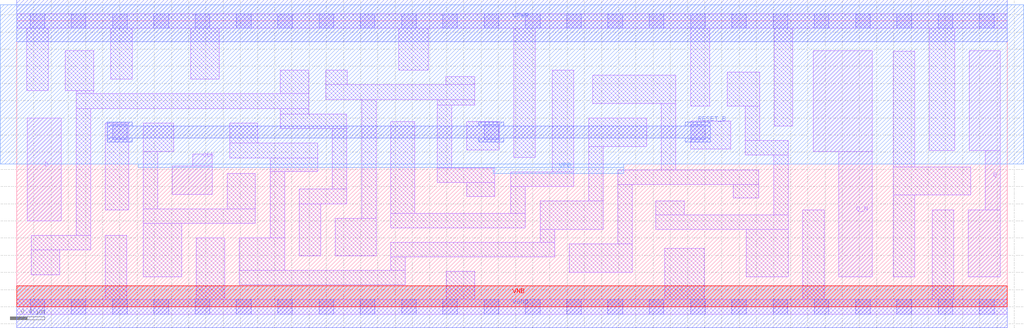
<source format=lef>
# Copyright 2020 The SkyWater PDK Authors
#
# Licensed under the Apache License, Version 2.0 (the "License");
# you may not use this file except in compliance with the License.
# You may obtain a copy of the License at
#
#     https://www.apache.org/licenses/LICENSE-2.0
#
# Unless required by applicable law or agreed to in writing, software
# distributed under the License is distributed on an "AS IS" BASIS,
# WITHOUT WARRANTIES OR CONDITIONS OF ANY KIND, either express or implied.
# See the License for the specific language governing permissions and
# limitations under the License.
#
# SPDX-License-Identifier: Apache-2.0

VERSION 5.7 ;
  NOWIREEXTENSIONATPIN ON ;
  DIVIDERCHAR "/" ;
  BUSBITCHARS "[]" ;
MACRO sky130_fd_sc_hs__dfrbp_1
  CLASS CORE ;
  FOREIGN sky130_fd_sc_hs__dfrbp_1 ;
  ORIGIN  0.000000  0.000000 ;
  SIZE  11.52000 BY  3.330000 ;
  SYMMETRY X Y R90 ;
  SITE unit ;
  PIN D
    ANTENNAGATEAREA  0.126000 ;
    DIRECTION INPUT ;
    USE SIGNAL ;
    PORT
      LAYER li1 ;
        RECT 0.125000 1.000000 0.520000 2.195000 ;
    END
  END D
  PIN Q
    ANTENNADIFFAREA  0.541300 ;
    DIRECTION OUTPUT ;
    USE SIGNAL ;
    PORT
      LAYER li1 ;
        RECT 11.065000 0.350000 11.435000 1.130000 ;
        RECT 11.075000 1.820000 11.435000 2.980000 ;
        RECT 11.265000 1.130000 11.435000 1.820000 ;
    END
  END Q
  PIN Q_N
    ANTENNADIFFAREA  0.951500 ;
    DIRECTION OUTPUT ;
    USE SIGNAL ;
    PORT
      LAYER li1 ;
        RECT 9.260000 1.810000 9.950000 2.985000 ;
        RECT 9.560000 0.350000 9.950000 1.810000 ;
    END
  END Q_N
  PIN RESET_B
    ANTENNAGATEAREA  0.378000 ;
    DIRECTION INPUT ;
    USE SIGNAL ;
    PORT
      LAYER met1 ;
        RECT 1.055000 1.920000 1.345000 1.965000 ;
        RECT 1.055000 1.965000 8.065000 2.105000 ;
        RECT 1.055000 2.105000 1.345000 2.150000 ;
        RECT 5.375000 1.920000 5.665000 1.965000 ;
        RECT 5.375000 2.105000 5.665000 2.150000 ;
        RECT 7.775000 1.920000 8.065000 1.965000 ;
        RECT 7.775000 2.105000 8.065000 2.150000 ;
    END
  END RESET_B
  PIN CLK
    ANTENNAGATEAREA  0.279000 ;
    DIRECTION INPUT ;
    USE CLOCK ;
    PORT
      LAYER li1 ;
        RECT 1.810000 1.310000 2.275000 1.640000 ;
        RECT 2.045000 1.640000 2.275000 1.780000 ;
    END
  END CLK
  PIN VGND
    DIRECTION INOUT ;
    USE GROUND ;
    PORT
      LAYER met1 ;
        RECT 0.000000 -0.245000 11.520000 0.245000 ;
    END
  END VGND
  PIN VNB
    DIRECTION INOUT ;
    USE GROUND ;
    PORT
      LAYER pwell ;
        RECT 0.000000 0.000000 11.520000 0.245000 ;
    END
  END VNB
  PIN VPB
    DIRECTION INOUT ;
    USE POWER ;
    PORT
      LAYER nwell ;
        RECT -0.190000 1.660000 11.710000 3.520000 ;
        RECT  1.415000 1.620000  7.060000 1.660000 ;
        RECT  5.540000 1.555000  7.060000 1.620000 ;
    END
  END VPB
  PIN VPWR
    DIRECTION INOUT ;
    USE POWER ;
    PORT
      LAYER met1 ;
        RECT 0.000000 3.085000 11.520000 3.575000 ;
    END
  END VPWR
  OBS
    LAYER li1 ;
      RECT  0.000000 -0.085000 11.520000 0.085000 ;
      RECT  0.000000  3.245000 11.520000 3.415000 ;
      RECT  0.115000  2.520000  0.365000 3.245000 ;
      RECT  0.170000  0.370000  0.500000 0.660000 ;
      RECT  0.170000  0.660000  0.860000 0.830000 ;
      RECT  0.565000  2.520000  0.895000 2.980000 ;
      RECT  0.690000  0.830000  0.860000 2.310000 ;
      RECT  0.690000  2.310000  3.395000 2.480000 ;
      RECT  0.690000  2.480000  0.895000 2.520000 ;
      RECT  1.030000  0.085000  1.280000 0.830000 ;
      RECT  1.030000  1.130000  1.300000 2.140000 ;
      RECT  1.095000  2.650000  1.345000 3.245000 ;
      RECT  1.470000  0.350000  1.920000 0.970000 ;
      RECT  1.470000  0.970000  2.775000 1.140000 ;
      RECT  1.470000  1.140000  1.640000 1.810000 ;
      RECT  1.470000  1.810000  1.825000 2.140000 ;
      RECT  2.025000  2.650000  2.355000 3.245000 ;
      RECT  2.090000  0.085000  2.420000 0.800000 ;
      RECT  2.445000  1.140000  2.775000 1.550000 ;
      RECT  2.475000  1.735000  3.500000 1.905000 ;
      RECT  2.475000  1.905000  2.805000 2.140000 ;
      RECT  2.590000  0.255000  4.520000 0.425000 ;
      RECT  2.590000  0.425000  3.115000 0.800000 ;
      RECT  2.945000  0.800000  3.115000 1.575000 ;
      RECT  2.945000  1.575000  3.500000 1.735000 ;
      RECT  3.065000  2.075000  3.840000 2.245000 ;
      RECT  3.065000  2.245000  3.395000 2.310000 ;
      RECT  3.065000  2.480000  3.395000 2.755000 ;
      RECT  3.285000  0.595000  3.535000 1.200000 ;
      RECT  3.285000  1.200000  3.840000 1.370000 ;
      RECT  3.595000  2.415000  5.325000 2.585000 ;
      RECT  3.595000  2.585000  3.845000 2.755000 ;
      RECT  3.670000  1.370000  3.840000 2.075000 ;
      RECT  3.705000  0.595000  4.180000 1.030000 ;
      RECT  4.010000  1.030000  4.180000 2.415000 ;
      RECT  4.350000  0.425000  4.520000 0.580000 ;
      RECT  4.350000  0.580000  6.255000 0.750000 ;
      RECT  4.350000  0.920000  5.915000 1.090000 ;
      RECT  4.350000  1.090000  4.630000 2.155000 ;
      RECT  4.440000  2.755000  4.785000 3.245000 ;
      RECT  4.890000  1.445000  5.560000 1.615000 ;
      RECT  4.890000  1.615000  5.060000 2.350000 ;
      RECT  4.890000  2.350000  5.325000 2.415000 ;
      RECT  4.990000  2.585000  5.325000 2.680000 ;
      RECT  4.995000  0.085000  5.325000 0.410000 ;
      RECT  5.230000  1.285000  5.560000 1.445000 ;
      RECT  5.230000  1.825000  5.610000 2.155000 ;
      RECT  5.745000  1.090000  5.915000 1.400000 ;
      RECT  5.745000  1.400000  6.480000 1.570000 ;
      RECT  5.780000  1.740000  6.030000 3.245000 ;
      RECT  6.085000  0.750000  6.255000 0.900000 ;
      RECT  6.085000  0.900000  6.820000 1.230000 ;
      RECT  6.230000  1.570000  6.480000 2.755000 ;
      RECT  6.425000  0.400000  7.160000 0.730000 ;
      RECT  6.650000  1.230000  6.820000 1.865000 ;
      RECT  6.650000  1.865000  7.325000 2.195000 ;
      RECT  6.700000  2.365000  7.665000 2.695000 ;
      RECT  6.990000  0.730000  7.160000 1.425000 ;
      RECT  6.990000  1.425000  8.630000 1.595000 ;
      RECT  7.430000  0.900000  8.970000 1.070000 ;
      RECT  7.430000  1.070000  7.760000 1.230000 ;
      RECT  7.495000  1.595000  7.665000 2.365000 ;
      RECT  7.535000  0.085000  7.995000 0.680000 ;
      RECT  7.835000  1.835000  8.300000 2.165000 ;
      RECT  7.835000  2.335000  8.060000 3.245000 ;
      RECT  8.260000  2.335000  8.640000 2.730000 ;
      RECT  8.330000  1.265000  8.630000 1.425000 ;
      RECT  8.470000  1.765000  8.970000 1.935000 ;
      RECT  8.470000  1.935000  8.640000 2.335000 ;
      RECT  8.485000  0.350000  8.970000 0.900000 ;
      RECT  8.800000  1.070000  8.970000 1.765000 ;
      RECT  8.810000  2.105000  9.025000 3.245000 ;
      RECT  9.140000  0.085000  9.390000 1.130000 ;
      RECT 10.190000  0.350000 10.440000 1.300000 ;
      RECT 10.190000  1.300000 11.095000 1.630000 ;
      RECT 10.190000  1.630000 10.440000 2.975000 ;
      RECT 10.610000  1.820000 10.905000 3.245000 ;
      RECT 10.645000  0.085000 10.895000 1.130000 ;
    LAYER mcon ;
      RECT  0.155000 -0.085000  0.325000 0.085000 ;
      RECT  0.155000  3.245000  0.325000 3.415000 ;
      RECT  0.635000 -0.085000  0.805000 0.085000 ;
      RECT  0.635000  3.245000  0.805000 3.415000 ;
      RECT  1.115000 -0.085000  1.285000 0.085000 ;
      RECT  1.115000  1.950000  1.285000 2.120000 ;
      RECT  1.115000  3.245000  1.285000 3.415000 ;
      RECT  1.595000 -0.085000  1.765000 0.085000 ;
      RECT  1.595000  3.245000  1.765000 3.415000 ;
      RECT  2.075000 -0.085000  2.245000 0.085000 ;
      RECT  2.075000  3.245000  2.245000 3.415000 ;
      RECT  2.555000 -0.085000  2.725000 0.085000 ;
      RECT  2.555000  3.245000  2.725000 3.415000 ;
      RECT  3.035000 -0.085000  3.205000 0.085000 ;
      RECT  3.035000  3.245000  3.205000 3.415000 ;
      RECT  3.515000 -0.085000  3.685000 0.085000 ;
      RECT  3.515000  3.245000  3.685000 3.415000 ;
      RECT  3.995000 -0.085000  4.165000 0.085000 ;
      RECT  3.995000  3.245000  4.165000 3.415000 ;
      RECT  4.475000 -0.085000  4.645000 0.085000 ;
      RECT  4.475000  3.245000  4.645000 3.415000 ;
      RECT  4.955000 -0.085000  5.125000 0.085000 ;
      RECT  4.955000  3.245000  5.125000 3.415000 ;
      RECT  5.435000 -0.085000  5.605000 0.085000 ;
      RECT  5.435000  1.950000  5.605000 2.120000 ;
      RECT  5.435000  3.245000  5.605000 3.415000 ;
      RECT  5.915000 -0.085000  6.085000 0.085000 ;
      RECT  5.915000  3.245000  6.085000 3.415000 ;
      RECT  6.395000 -0.085000  6.565000 0.085000 ;
      RECT  6.395000  3.245000  6.565000 3.415000 ;
      RECT  6.875000 -0.085000  7.045000 0.085000 ;
      RECT  6.875000  3.245000  7.045000 3.415000 ;
      RECT  7.355000 -0.085000  7.525000 0.085000 ;
      RECT  7.355000  3.245000  7.525000 3.415000 ;
      RECT  7.835000 -0.085000  8.005000 0.085000 ;
      RECT  7.835000  1.950000  8.005000 2.120000 ;
      RECT  7.835000  3.245000  8.005000 3.415000 ;
      RECT  8.315000 -0.085000  8.485000 0.085000 ;
      RECT  8.315000  3.245000  8.485000 3.415000 ;
      RECT  8.795000 -0.085000  8.965000 0.085000 ;
      RECT  8.795000  3.245000  8.965000 3.415000 ;
      RECT  9.275000 -0.085000  9.445000 0.085000 ;
      RECT  9.275000  3.245000  9.445000 3.415000 ;
      RECT  9.755000 -0.085000  9.925000 0.085000 ;
      RECT  9.755000  3.245000  9.925000 3.415000 ;
      RECT 10.235000 -0.085000 10.405000 0.085000 ;
      RECT 10.235000  3.245000 10.405000 3.415000 ;
      RECT 10.715000 -0.085000 10.885000 0.085000 ;
      RECT 10.715000  3.245000 10.885000 3.415000 ;
      RECT 11.195000 -0.085000 11.365000 0.085000 ;
      RECT 11.195000  3.245000 11.365000 3.415000 ;
  END
END sky130_fd_sc_hs__dfrbp_1
END LIBRARY

</source>
